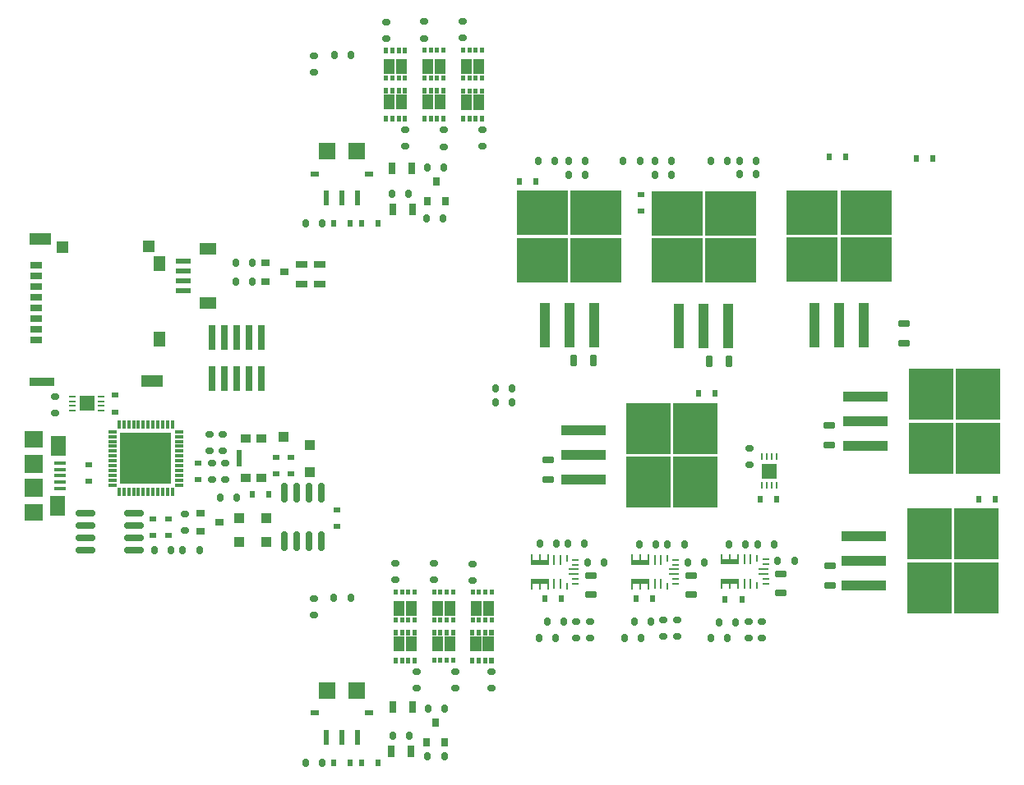
<source format=gbr>
%TF.GenerationSoftware,KiCad,Pcbnew,(6.0.10-0)*%
%TF.CreationDate,2023-02-23T20:38:24-08:00*%
%TF.ProjectId,1.0,312e302e-6b69-4636-9164-5f7063625858,rev?*%
%TF.SameCoordinates,Original*%
%TF.FileFunction,Paste,Top*%
%TF.FilePolarity,Positive*%
%FSLAX46Y46*%
G04 Gerber Fmt 4.6, Leading zero omitted, Abs format (unit mm)*
G04 Created by KiCad (PCBNEW (6.0.10-0)) date 2023-02-23 20:38:24*
%MOMM*%
%LPD*%
G01*
G04 APERTURE LIST*
G04 Aperture macros list*
%AMRoundRect*
0 Rectangle with rounded corners*
0 $1 Rounding radius*
0 $2 $3 $4 $5 $6 $7 $8 $9 X,Y pos of 4 corners*
0 Add a 4 corners polygon primitive as box body*
4,1,4,$2,$3,$4,$5,$6,$7,$8,$9,$2,$3,0*
0 Add four circle primitives for the rounded corners*
1,1,$1+$1,$2,$3*
1,1,$1+$1,$4,$5*
1,1,$1+$1,$6,$7*
1,1,$1+$1,$8,$9*
0 Add four rect primitives between the rounded corners*
20,1,$1+$1,$2,$3,$4,$5,0*
20,1,$1+$1,$4,$5,$6,$7,0*
20,1,$1+$1,$6,$7,$8,$9,0*
20,1,$1+$1,$8,$9,$2,$3,0*%
G04 Aperture macros list end*
%ADD10C,0.010000*%
%ADD11R,0.800000X0.600000*%
%ADD12RoundRect,0.150000X-0.250000X0.150000X-0.250000X-0.150000X0.250000X-0.150000X0.250000X0.150000X0*%
%ADD13R,0.600000X0.800000*%
%ADD14R,1.200000X0.700000*%
%ADD15R,1.100000X1.100000*%
%ADD16RoundRect,0.150000X0.150000X0.250000X-0.150000X0.250000X-0.150000X-0.250000X0.150000X-0.250000X0*%
%ADD17R,0.700000X1.200000*%
%ADD18RoundRect,0.175000X0.175000X0.425000X-0.175000X0.425000X-0.175000X-0.425000X0.175000X-0.425000X0*%
%ADD19R,1.800000X1.200000*%
%ADD20R,1.550000X0.600000*%
%ADD21RoundRect,0.175000X0.425000X-0.175000X0.425000X0.175000X-0.425000X0.175000X-0.425000X-0.175000X0*%
%ADD22R,0.900000X0.800000*%
%ADD23R,4.600000X1.100000*%
%ADD24R,4.550000X5.250000*%
%ADD25R,0.500000X1.600000*%
%ADD26R,0.900000X0.600000*%
%ADD27R,1.800000X1.700000*%
%ADD28RoundRect,0.150000X-0.150000X-0.250000X0.150000X-0.250000X0.150000X0.250000X-0.150000X0.250000X0*%
%ADD29R,0.800000X0.900000*%
%ADD30RoundRect,0.150000X0.250000X-0.150000X0.250000X0.150000X-0.250000X0.150000X-0.250000X-0.150000X0*%
%ADD31R,0.760000X2.600000*%
%ADD32R,1.000000X0.900000*%
%ADD33R,0.550000X1.700000*%
%ADD34R,1.000000X1.000000*%
%ADD35R,0.850000X0.300000*%
%ADD36R,0.300000X0.850000*%
%ADD37R,5.250000X5.250000*%
%ADD38R,1.100000X4.600000*%
%ADD39R,5.250000X4.550000*%
%ADD40R,0.254800X0.757199*%
%ADD41R,1.600200X1.600200*%
%ADD42RoundRect,0.150000X0.825000X0.150000X-0.825000X0.150000X-0.825000X-0.150000X0.825000X-0.150000X0*%
%ADD43RoundRect,0.175000X-0.425000X0.175000X-0.425000X-0.175000X0.425000X-0.175000X0.425000X0.175000X0*%
%ADD44R,0.250000X0.800000*%
%ADD45R,0.250000X1.100000*%
%ADD46R,0.250000X0.700000*%
%ADD47R,0.700000X0.250000*%
%ADD48R,1.100000X0.250000*%
%ADD49R,1.950000X0.600000*%
%ADD50R,2.500000X0.950000*%
%ADD51R,1.150000X1.500000*%
%ADD52R,2.200000X1.150000*%
%ADD53R,1.240000X0.800000*%
%ADD54R,1.250000X1.250000*%
%ADD55R,1.200000X1.200000*%
%ADD56R,0.757199X0.254800*%
%ADD57R,1.900000X1.800000*%
%ADD58R,1.900000X1.900000*%
%ADD59R,1.600000X2.100000*%
%ADD60R,1.300000X0.400000*%
%ADD61RoundRect,0.150000X-0.150000X0.825000X-0.150000X-0.825000X0.150000X-0.825000X0.150000X0.825000X0*%
G04 APERTURE END LIST*
%TO.C,Q10*%
G36*
X188945000Y-111547500D02*
G01*
X188605000Y-111547500D01*
X188605000Y-111097500D01*
X188945000Y-111097500D01*
X188945000Y-111547500D01*
G37*
D10*
X188945000Y-111547500D02*
X188605000Y-111547500D01*
X188605000Y-111097500D01*
X188945000Y-111097500D01*
X188945000Y-111547500D01*
G36*
X189595000Y-108677500D02*
G01*
X189255000Y-108677500D01*
X189255000Y-108227500D01*
X189595000Y-108227500D01*
X189595000Y-108677500D01*
G37*
X189595000Y-108677500D02*
X189255000Y-108677500D01*
X189255000Y-108227500D01*
X189595000Y-108227500D01*
X189595000Y-108677500D01*
G36*
X188945000Y-108677500D02*
G01*
X188605000Y-108677500D01*
X188605000Y-108227500D01*
X188945000Y-108227500D01*
X188945000Y-108677500D01*
G37*
X188945000Y-108677500D02*
X188605000Y-108677500D01*
X188605000Y-108227500D01*
X188945000Y-108227500D01*
X188945000Y-108677500D01*
G36*
X189595000Y-111547500D02*
G01*
X189255000Y-111547500D01*
X189255000Y-111097500D01*
X189595000Y-111097500D01*
X189595000Y-111547500D01*
G37*
X189595000Y-111547500D02*
X189255000Y-111547500D01*
X189255000Y-111097500D01*
X189595000Y-111097500D01*
X189595000Y-111547500D01*
G36*
X189625000Y-110347500D02*
G01*
X188605000Y-110347500D01*
X188605000Y-108902500D01*
X189625000Y-108902500D01*
X189625000Y-110347500D01*
G37*
X189625000Y-110347500D02*
X188605000Y-110347500D01*
X188605000Y-108902500D01*
X189625000Y-108902500D01*
X189625000Y-110347500D01*
G36*
X190895000Y-111547500D02*
G01*
X190555000Y-111547500D01*
X190555000Y-111097500D01*
X190895000Y-111097500D01*
X190895000Y-111547500D01*
G37*
X190895000Y-111547500D02*
X190555000Y-111547500D01*
X190555000Y-111097500D01*
X190895000Y-111097500D01*
X190895000Y-111547500D01*
G36*
X190245000Y-111547500D02*
G01*
X189905000Y-111547500D01*
X189905000Y-111097500D01*
X190245000Y-111097500D01*
X190245000Y-111547500D01*
G37*
X190245000Y-111547500D02*
X189905000Y-111547500D01*
X189905000Y-111097500D01*
X190245000Y-111097500D01*
X190245000Y-111547500D01*
G36*
X190895000Y-110347500D02*
G01*
X189875000Y-110347500D01*
X189875000Y-108902500D01*
X190895000Y-108902500D01*
X190895000Y-110347500D01*
G37*
X190895000Y-110347500D02*
X189875000Y-110347500D01*
X189875000Y-108902500D01*
X190895000Y-108902500D01*
X190895000Y-110347500D01*
G36*
X190895000Y-108677500D02*
G01*
X190555000Y-108677500D01*
X190555000Y-108227500D01*
X190895000Y-108227500D01*
X190895000Y-108677500D01*
G37*
X190895000Y-108677500D02*
X190555000Y-108677500D01*
X190555000Y-108227500D01*
X190895000Y-108227500D01*
X190895000Y-108677500D01*
G36*
X190245000Y-108677500D02*
G01*
X189905000Y-108677500D01*
X189905000Y-108227500D01*
X190245000Y-108227500D01*
X190245000Y-108677500D01*
G37*
X190245000Y-108677500D02*
X189905000Y-108677500D01*
X189905000Y-108227500D01*
X190245000Y-108227500D01*
X190245000Y-108677500D01*
%TO.C,Q13*%
G36*
X198550000Y-162585000D02*
G01*
X197530000Y-162585000D01*
X197530000Y-161140000D01*
X198550000Y-161140000D01*
X198550000Y-162585000D01*
G37*
X198550000Y-162585000D02*
X197530000Y-162585000D01*
X197530000Y-161140000D01*
X198550000Y-161140000D01*
X198550000Y-162585000D01*
G36*
X199820000Y-163260000D02*
G01*
X199480000Y-163260000D01*
X199480000Y-162810000D01*
X199820000Y-162810000D01*
X199820000Y-163260000D01*
G37*
X199820000Y-163260000D02*
X199480000Y-163260000D01*
X199480000Y-162810000D01*
X199820000Y-162810000D01*
X199820000Y-163260000D01*
G36*
X199170000Y-163260000D02*
G01*
X198830000Y-163260000D01*
X198830000Y-162810000D01*
X199170000Y-162810000D01*
X199170000Y-163260000D01*
G37*
X199170000Y-163260000D02*
X198830000Y-163260000D01*
X198830000Y-162810000D01*
X199170000Y-162810000D01*
X199170000Y-163260000D01*
G36*
X197870000Y-160390000D02*
G01*
X197530000Y-160390000D01*
X197530000Y-159940000D01*
X197870000Y-159940000D01*
X197870000Y-160390000D01*
G37*
X197870000Y-160390000D02*
X197530000Y-160390000D01*
X197530000Y-159940000D01*
X197870000Y-159940000D01*
X197870000Y-160390000D01*
G36*
X199170000Y-160390000D02*
G01*
X198830000Y-160390000D01*
X198830000Y-159940000D01*
X199170000Y-159940000D01*
X199170000Y-160390000D01*
G37*
X199170000Y-160390000D02*
X198830000Y-160390000D01*
X198830000Y-159940000D01*
X199170000Y-159940000D01*
X199170000Y-160390000D01*
G36*
X198520000Y-163260000D02*
G01*
X198180000Y-163260000D01*
X198180000Y-162810000D01*
X198520000Y-162810000D01*
X198520000Y-163260000D01*
G37*
X198520000Y-163260000D02*
X198180000Y-163260000D01*
X198180000Y-162810000D01*
X198520000Y-162810000D01*
X198520000Y-163260000D01*
G36*
X199820000Y-160390000D02*
G01*
X199480000Y-160390000D01*
X199480000Y-159940000D01*
X199820000Y-159940000D01*
X199820000Y-160390000D01*
G37*
X199820000Y-160390000D02*
X199480000Y-160390000D01*
X199480000Y-159940000D01*
X199820000Y-159940000D01*
X199820000Y-160390000D01*
G36*
X198520000Y-160390000D02*
G01*
X198180000Y-160390000D01*
X198180000Y-159940000D01*
X198520000Y-159940000D01*
X198520000Y-160390000D01*
G37*
X198520000Y-160390000D02*
X198180000Y-160390000D01*
X198180000Y-159940000D01*
X198520000Y-159940000D01*
X198520000Y-160390000D01*
G36*
X199820000Y-162585000D02*
G01*
X198800000Y-162585000D01*
X198800000Y-161140000D01*
X199820000Y-161140000D01*
X199820000Y-162585000D01*
G37*
X199820000Y-162585000D02*
X198800000Y-162585000D01*
X198800000Y-161140000D01*
X199820000Y-161140000D01*
X199820000Y-162585000D01*
G36*
X197870000Y-163260000D02*
G01*
X197530000Y-163260000D01*
X197530000Y-162810000D01*
X197870000Y-162810000D01*
X197870000Y-163260000D01*
G37*
X197870000Y-163260000D02*
X197530000Y-163260000D01*
X197530000Y-162810000D01*
X197870000Y-162810000D01*
X197870000Y-163260000D01*
%TO.C,Q14*%
G36*
X198495000Y-164555000D02*
G01*
X198155000Y-164555000D01*
X198155000Y-164105000D01*
X198495000Y-164105000D01*
X198495000Y-164555000D01*
G37*
X198495000Y-164555000D02*
X198155000Y-164555000D01*
X198155000Y-164105000D01*
X198495000Y-164105000D01*
X198495000Y-164555000D01*
G36*
X199795000Y-166225000D02*
G01*
X198775000Y-166225000D01*
X198775000Y-164780000D01*
X199795000Y-164780000D01*
X199795000Y-166225000D01*
G37*
X199795000Y-166225000D02*
X198775000Y-166225000D01*
X198775000Y-164780000D01*
X199795000Y-164780000D01*
X199795000Y-166225000D01*
G36*
X197845000Y-164555000D02*
G01*
X197505000Y-164555000D01*
X197505000Y-164105000D01*
X197845000Y-164105000D01*
X197845000Y-164555000D01*
G37*
X197845000Y-164555000D02*
X197505000Y-164555000D01*
X197505000Y-164105000D01*
X197845000Y-164105000D01*
X197845000Y-164555000D01*
G36*
X199145000Y-167425000D02*
G01*
X198805000Y-167425000D01*
X198805000Y-166975000D01*
X199145000Y-166975000D01*
X199145000Y-167425000D01*
G37*
X199145000Y-167425000D02*
X198805000Y-167425000D01*
X198805000Y-166975000D01*
X199145000Y-166975000D01*
X199145000Y-167425000D01*
G36*
X199795000Y-167425000D02*
G01*
X199455000Y-167425000D01*
X199455000Y-166975000D01*
X199795000Y-166975000D01*
X199795000Y-167425000D01*
G37*
X199795000Y-167425000D02*
X199455000Y-167425000D01*
X199455000Y-166975000D01*
X199795000Y-166975000D01*
X199795000Y-167425000D01*
G36*
X199795000Y-164555000D02*
G01*
X199455000Y-164555000D01*
X199455000Y-164105000D01*
X199795000Y-164105000D01*
X199795000Y-164555000D01*
G37*
X199795000Y-164555000D02*
X199455000Y-164555000D01*
X199455000Y-164105000D01*
X199795000Y-164105000D01*
X199795000Y-164555000D01*
G36*
X198495000Y-167425000D02*
G01*
X198155000Y-167425000D01*
X198155000Y-166975000D01*
X198495000Y-166975000D01*
X198495000Y-167425000D01*
G37*
X198495000Y-167425000D02*
X198155000Y-167425000D01*
X198155000Y-166975000D01*
X198495000Y-166975000D01*
X198495000Y-167425000D01*
G36*
X199145000Y-164555000D02*
G01*
X198805000Y-164555000D01*
X198805000Y-164105000D01*
X199145000Y-164105000D01*
X199145000Y-164555000D01*
G37*
X199145000Y-164555000D02*
X198805000Y-164555000D01*
X198805000Y-164105000D01*
X199145000Y-164105000D01*
X199145000Y-164555000D01*
G36*
X197845000Y-167425000D02*
G01*
X197505000Y-167425000D01*
X197505000Y-166975000D01*
X197845000Y-166975000D01*
X197845000Y-167425000D01*
G37*
X197845000Y-167425000D02*
X197505000Y-167425000D01*
X197505000Y-166975000D01*
X197845000Y-166975000D01*
X197845000Y-167425000D01*
G36*
X198525000Y-166225000D02*
G01*
X197505000Y-166225000D01*
X197505000Y-164780000D01*
X198525000Y-164780000D01*
X198525000Y-166225000D01*
G37*
X198525000Y-166225000D02*
X197505000Y-166225000D01*
X197505000Y-164780000D01*
X198525000Y-164780000D01*
X198525000Y-166225000D01*
%TO.C,Q15*%
G36*
X198820000Y-108690000D02*
G01*
X198480000Y-108690000D01*
X198480000Y-108240000D01*
X198820000Y-108240000D01*
X198820000Y-108690000D01*
G37*
X198820000Y-108690000D02*
X198480000Y-108690000D01*
X198480000Y-108240000D01*
X198820000Y-108240000D01*
X198820000Y-108690000D01*
G36*
X196870000Y-108690000D02*
G01*
X196530000Y-108690000D01*
X196530000Y-108240000D01*
X196870000Y-108240000D01*
X196870000Y-108690000D01*
G37*
X196870000Y-108690000D02*
X196530000Y-108690000D01*
X196530000Y-108240000D01*
X196870000Y-108240000D01*
X196870000Y-108690000D01*
G36*
X197550000Y-110360000D02*
G01*
X196530000Y-110360000D01*
X196530000Y-108915000D01*
X197550000Y-108915000D01*
X197550000Y-110360000D01*
G37*
X197550000Y-110360000D02*
X196530000Y-110360000D01*
X196530000Y-108915000D01*
X197550000Y-108915000D01*
X197550000Y-110360000D01*
G36*
X196870000Y-111560000D02*
G01*
X196530000Y-111560000D01*
X196530000Y-111110000D01*
X196870000Y-111110000D01*
X196870000Y-111560000D01*
G37*
X196870000Y-111560000D02*
X196530000Y-111560000D01*
X196530000Y-111110000D01*
X196870000Y-111110000D01*
X196870000Y-111560000D01*
G36*
X198170000Y-111560000D02*
G01*
X197830000Y-111560000D01*
X197830000Y-111110000D01*
X198170000Y-111110000D01*
X198170000Y-111560000D01*
G37*
X198170000Y-111560000D02*
X197830000Y-111560000D01*
X197830000Y-111110000D01*
X198170000Y-111110000D01*
X198170000Y-111560000D01*
G36*
X198820000Y-111560000D02*
G01*
X198480000Y-111560000D01*
X198480000Y-111110000D01*
X198820000Y-111110000D01*
X198820000Y-111560000D01*
G37*
X198820000Y-111560000D02*
X198480000Y-111560000D01*
X198480000Y-111110000D01*
X198820000Y-111110000D01*
X198820000Y-111560000D01*
G36*
X197520000Y-111560000D02*
G01*
X197180000Y-111560000D01*
X197180000Y-111110000D01*
X197520000Y-111110000D01*
X197520000Y-111560000D01*
G37*
X197520000Y-111560000D02*
X197180000Y-111560000D01*
X197180000Y-111110000D01*
X197520000Y-111110000D01*
X197520000Y-111560000D01*
G36*
X197520000Y-108690000D02*
G01*
X197180000Y-108690000D01*
X197180000Y-108240000D01*
X197520000Y-108240000D01*
X197520000Y-108690000D01*
G37*
X197520000Y-108690000D02*
X197180000Y-108690000D01*
X197180000Y-108240000D01*
X197520000Y-108240000D01*
X197520000Y-108690000D01*
G36*
X198170000Y-108690000D02*
G01*
X197830000Y-108690000D01*
X197830000Y-108240000D01*
X198170000Y-108240000D01*
X198170000Y-108690000D01*
G37*
X198170000Y-108690000D02*
X197830000Y-108690000D01*
X197830000Y-108240000D01*
X198170000Y-108240000D01*
X198170000Y-108690000D01*
G36*
X198820000Y-110360000D02*
G01*
X197800000Y-110360000D01*
X197800000Y-108915000D01*
X198820000Y-108915000D01*
X198820000Y-110360000D01*
G37*
X198820000Y-110360000D02*
X197800000Y-110360000D01*
X197800000Y-108915000D01*
X198820000Y-108915000D01*
X198820000Y-110360000D01*
%TO.C,Q12*%
G36*
X193545000Y-107372500D02*
G01*
X193205000Y-107372500D01*
X193205000Y-106922500D01*
X193545000Y-106922500D01*
X193545000Y-107372500D01*
G37*
X193545000Y-107372500D02*
X193205000Y-107372500D01*
X193205000Y-106922500D01*
X193545000Y-106922500D01*
X193545000Y-107372500D01*
G36*
X194195000Y-107372500D02*
G01*
X193855000Y-107372500D01*
X193855000Y-106922500D01*
X194195000Y-106922500D01*
X194195000Y-107372500D01*
G37*
X194195000Y-107372500D02*
X193855000Y-107372500D01*
X193855000Y-106922500D01*
X194195000Y-106922500D01*
X194195000Y-107372500D01*
G36*
X194845000Y-106697500D02*
G01*
X193825000Y-106697500D01*
X193825000Y-105252500D01*
X194845000Y-105252500D01*
X194845000Y-106697500D01*
G37*
X194845000Y-106697500D02*
X193825000Y-106697500D01*
X193825000Y-105252500D01*
X194845000Y-105252500D01*
X194845000Y-106697500D01*
G36*
X194845000Y-104502500D02*
G01*
X194505000Y-104502500D01*
X194505000Y-104052500D01*
X194845000Y-104052500D01*
X194845000Y-104502500D01*
G37*
X194845000Y-104502500D02*
X194505000Y-104502500D01*
X194505000Y-104052500D01*
X194845000Y-104052500D01*
X194845000Y-104502500D01*
G36*
X193545000Y-104502500D02*
G01*
X193205000Y-104502500D01*
X193205000Y-104052500D01*
X193545000Y-104052500D01*
X193545000Y-104502500D01*
G37*
X193545000Y-104502500D02*
X193205000Y-104502500D01*
X193205000Y-104052500D01*
X193545000Y-104052500D01*
X193545000Y-104502500D01*
G36*
X192895000Y-107372500D02*
G01*
X192555000Y-107372500D01*
X192555000Y-106922500D01*
X192895000Y-106922500D01*
X192895000Y-107372500D01*
G37*
X192895000Y-107372500D02*
X192555000Y-107372500D01*
X192555000Y-106922500D01*
X192895000Y-106922500D01*
X192895000Y-107372500D01*
G36*
X194845000Y-107372500D02*
G01*
X194505000Y-107372500D01*
X194505000Y-106922500D01*
X194845000Y-106922500D01*
X194845000Y-107372500D01*
G37*
X194845000Y-107372500D02*
X194505000Y-107372500D01*
X194505000Y-106922500D01*
X194845000Y-106922500D01*
X194845000Y-107372500D01*
G36*
X193575000Y-106697500D02*
G01*
X192555000Y-106697500D01*
X192555000Y-105252500D01*
X193575000Y-105252500D01*
X193575000Y-106697500D01*
G37*
X193575000Y-106697500D02*
X192555000Y-106697500D01*
X192555000Y-105252500D01*
X193575000Y-105252500D01*
X193575000Y-106697500D01*
G36*
X194195000Y-104502500D02*
G01*
X193855000Y-104502500D01*
X193855000Y-104052500D01*
X194195000Y-104052500D01*
X194195000Y-104502500D01*
G37*
X194195000Y-104502500D02*
X193855000Y-104502500D01*
X193855000Y-104052500D01*
X194195000Y-104052500D01*
X194195000Y-104502500D01*
G36*
X192895000Y-104502500D02*
G01*
X192555000Y-104502500D01*
X192555000Y-104052500D01*
X192895000Y-104052500D01*
X192895000Y-104502500D01*
G37*
X192895000Y-104502500D02*
X192555000Y-104502500D01*
X192555000Y-104052500D01*
X192895000Y-104052500D01*
X192895000Y-104502500D01*
%TO.C,Q3*%
G36*
X195170000Y-163247500D02*
G01*
X194830000Y-163247500D01*
X194830000Y-162797500D01*
X195170000Y-162797500D01*
X195170000Y-163247500D01*
G37*
X195170000Y-163247500D02*
X194830000Y-163247500D01*
X194830000Y-162797500D01*
X195170000Y-162797500D01*
X195170000Y-163247500D01*
G36*
X195170000Y-160377500D02*
G01*
X194830000Y-160377500D01*
X194830000Y-159927500D01*
X195170000Y-159927500D01*
X195170000Y-160377500D01*
G37*
X195170000Y-160377500D02*
X194830000Y-160377500D01*
X194830000Y-159927500D01*
X195170000Y-159927500D01*
X195170000Y-160377500D01*
G36*
X194520000Y-160377500D02*
G01*
X194180000Y-160377500D01*
X194180000Y-159927500D01*
X194520000Y-159927500D01*
X194520000Y-160377500D01*
G37*
X194520000Y-160377500D02*
X194180000Y-160377500D01*
X194180000Y-159927500D01*
X194520000Y-159927500D01*
X194520000Y-160377500D01*
G36*
X193870000Y-163247500D02*
G01*
X193530000Y-163247500D01*
X193530000Y-162797500D01*
X193870000Y-162797500D01*
X193870000Y-163247500D01*
G37*
X193870000Y-163247500D02*
X193530000Y-163247500D01*
X193530000Y-162797500D01*
X193870000Y-162797500D01*
X193870000Y-163247500D01*
G36*
X195820000Y-162572500D02*
G01*
X194800000Y-162572500D01*
X194800000Y-161127500D01*
X195820000Y-161127500D01*
X195820000Y-162572500D01*
G37*
X195820000Y-162572500D02*
X194800000Y-162572500D01*
X194800000Y-161127500D01*
X195820000Y-161127500D01*
X195820000Y-162572500D01*
G36*
X194550000Y-162572500D02*
G01*
X193530000Y-162572500D01*
X193530000Y-161127500D01*
X194550000Y-161127500D01*
X194550000Y-162572500D01*
G37*
X194550000Y-162572500D02*
X193530000Y-162572500D01*
X193530000Y-161127500D01*
X194550000Y-161127500D01*
X194550000Y-162572500D01*
G36*
X193870000Y-160377500D02*
G01*
X193530000Y-160377500D01*
X193530000Y-159927500D01*
X193870000Y-159927500D01*
X193870000Y-160377500D01*
G37*
X193870000Y-160377500D02*
X193530000Y-160377500D01*
X193530000Y-159927500D01*
X193870000Y-159927500D01*
X193870000Y-160377500D01*
G36*
X194520000Y-163247500D02*
G01*
X194180000Y-163247500D01*
X194180000Y-162797500D01*
X194520000Y-162797500D01*
X194520000Y-163247500D01*
G37*
X194520000Y-163247500D02*
X194180000Y-163247500D01*
X194180000Y-162797500D01*
X194520000Y-162797500D01*
X194520000Y-163247500D01*
G36*
X195820000Y-163247500D02*
G01*
X195480000Y-163247500D01*
X195480000Y-162797500D01*
X195820000Y-162797500D01*
X195820000Y-163247500D01*
G37*
X195820000Y-163247500D02*
X195480000Y-163247500D01*
X195480000Y-162797500D01*
X195820000Y-162797500D01*
X195820000Y-163247500D01*
G36*
X195820000Y-160377500D02*
G01*
X195480000Y-160377500D01*
X195480000Y-159927500D01*
X195820000Y-159927500D01*
X195820000Y-160377500D01*
G37*
X195820000Y-160377500D02*
X195480000Y-160377500D01*
X195480000Y-159927500D01*
X195820000Y-159927500D01*
X195820000Y-160377500D01*
%TO.C,Q4*%
G36*
X191870000Y-162572500D02*
G01*
X190850000Y-162572500D01*
X190850000Y-161127500D01*
X191870000Y-161127500D01*
X191870000Y-162572500D01*
G37*
X191870000Y-162572500D02*
X190850000Y-162572500D01*
X190850000Y-161127500D01*
X191870000Y-161127500D01*
X191870000Y-162572500D01*
G36*
X190570000Y-163247500D02*
G01*
X190230000Y-163247500D01*
X190230000Y-162797500D01*
X190570000Y-162797500D01*
X190570000Y-163247500D01*
G37*
X190570000Y-163247500D02*
X190230000Y-163247500D01*
X190230000Y-162797500D01*
X190570000Y-162797500D01*
X190570000Y-163247500D01*
G36*
X190600000Y-162572500D02*
G01*
X189580000Y-162572500D01*
X189580000Y-161127500D01*
X190600000Y-161127500D01*
X190600000Y-162572500D01*
G37*
X190600000Y-162572500D02*
X189580000Y-162572500D01*
X189580000Y-161127500D01*
X190600000Y-161127500D01*
X190600000Y-162572500D01*
G36*
X191870000Y-160377500D02*
G01*
X191530000Y-160377500D01*
X191530000Y-159927500D01*
X191870000Y-159927500D01*
X191870000Y-160377500D01*
G37*
X191870000Y-160377500D02*
X191530000Y-160377500D01*
X191530000Y-159927500D01*
X191870000Y-159927500D01*
X191870000Y-160377500D01*
G36*
X191870000Y-163247500D02*
G01*
X191530000Y-163247500D01*
X191530000Y-162797500D01*
X191870000Y-162797500D01*
X191870000Y-163247500D01*
G37*
X191870000Y-163247500D02*
X191530000Y-163247500D01*
X191530000Y-162797500D01*
X191870000Y-162797500D01*
X191870000Y-163247500D01*
G36*
X191220000Y-163247500D02*
G01*
X190880000Y-163247500D01*
X190880000Y-162797500D01*
X191220000Y-162797500D01*
X191220000Y-163247500D01*
G37*
X191220000Y-163247500D02*
X190880000Y-163247500D01*
X190880000Y-162797500D01*
X191220000Y-162797500D01*
X191220000Y-163247500D01*
G36*
X189920000Y-160377500D02*
G01*
X189580000Y-160377500D01*
X189580000Y-159927500D01*
X189920000Y-159927500D01*
X189920000Y-160377500D01*
G37*
X189920000Y-160377500D02*
X189580000Y-160377500D01*
X189580000Y-159927500D01*
X189920000Y-159927500D01*
X189920000Y-160377500D01*
G36*
X191220000Y-160377500D02*
G01*
X190880000Y-160377500D01*
X190880000Y-159927500D01*
X191220000Y-159927500D01*
X191220000Y-160377500D01*
G37*
X191220000Y-160377500D02*
X190880000Y-160377500D01*
X190880000Y-159927500D01*
X191220000Y-159927500D01*
X191220000Y-160377500D01*
G36*
X189920000Y-163247500D02*
G01*
X189580000Y-163247500D01*
X189580000Y-162797500D01*
X189920000Y-162797500D01*
X189920000Y-163247500D01*
G37*
X189920000Y-163247500D02*
X189580000Y-163247500D01*
X189580000Y-162797500D01*
X189920000Y-162797500D01*
X189920000Y-163247500D01*
G36*
X190570000Y-160377500D02*
G01*
X190230000Y-160377500D01*
X190230000Y-159927500D01*
X190570000Y-159927500D01*
X190570000Y-160377500D01*
G37*
X190570000Y-160377500D02*
X190230000Y-160377500D01*
X190230000Y-159927500D01*
X190570000Y-159927500D01*
X190570000Y-160377500D01*
%TO.C,Q6*%
G36*
X195170000Y-167412500D02*
G01*
X194830000Y-167412500D01*
X194830000Y-166962500D01*
X195170000Y-166962500D01*
X195170000Y-167412500D01*
G37*
X195170000Y-167412500D02*
X194830000Y-167412500D01*
X194830000Y-166962500D01*
X195170000Y-166962500D01*
X195170000Y-167412500D01*
G36*
X195170000Y-164542500D02*
G01*
X194830000Y-164542500D01*
X194830000Y-164092500D01*
X195170000Y-164092500D01*
X195170000Y-164542500D01*
G37*
X195170000Y-164542500D02*
X194830000Y-164542500D01*
X194830000Y-164092500D01*
X195170000Y-164092500D01*
X195170000Y-164542500D01*
G36*
X193870000Y-164542500D02*
G01*
X193530000Y-164542500D01*
X193530000Y-164092500D01*
X193870000Y-164092500D01*
X193870000Y-164542500D01*
G37*
X193870000Y-164542500D02*
X193530000Y-164542500D01*
X193530000Y-164092500D01*
X193870000Y-164092500D01*
X193870000Y-164542500D01*
G36*
X195820000Y-164542500D02*
G01*
X195480000Y-164542500D01*
X195480000Y-164092500D01*
X195820000Y-164092500D01*
X195820000Y-164542500D01*
G37*
X195820000Y-164542500D02*
X195480000Y-164542500D01*
X195480000Y-164092500D01*
X195820000Y-164092500D01*
X195820000Y-164542500D01*
G36*
X194520000Y-164542500D02*
G01*
X194180000Y-164542500D01*
X194180000Y-164092500D01*
X194520000Y-164092500D01*
X194520000Y-164542500D01*
G37*
X194520000Y-164542500D02*
X194180000Y-164542500D01*
X194180000Y-164092500D01*
X194520000Y-164092500D01*
X194520000Y-164542500D01*
G36*
X195820000Y-167412500D02*
G01*
X195480000Y-167412500D01*
X195480000Y-166962500D01*
X195820000Y-166962500D01*
X195820000Y-167412500D01*
G37*
X195820000Y-167412500D02*
X195480000Y-167412500D01*
X195480000Y-166962500D01*
X195820000Y-166962500D01*
X195820000Y-167412500D01*
G36*
X194520000Y-167412500D02*
G01*
X194180000Y-167412500D01*
X194180000Y-166962500D01*
X194520000Y-166962500D01*
X194520000Y-167412500D01*
G37*
X194520000Y-167412500D02*
X194180000Y-167412500D01*
X194180000Y-166962500D01*
X194520000Y-166962500D01*
X194520000Y-167412500D01*
G36*
X194550000Y-166212500D02*
G01*
X193530000Y-166212500D01*
X193530000Y-164767500D01*
X194550000Y-164767500D01*
X194550000Y-166212500D01*
G37*
X194550000Y-166212500D02*
X193530000Y-166212500D01*
X193530000Y-164767500D01*
X194550000Y-164767500D01*
X194550000Y-166212500D01*
G36*
X195820000Y-166212500D02*
G01*
X194800000Y-166212500D01*
X194800000Y-164767500D01*
X195820000Y-164767500D01*
X195820000Y-166212500D01*
G37*
X195820000Y-166212500D02*
X194800000Y-166212500D01*
X194800000Y-164767500D01*
X195820000Y-164767500D01*
X195820000Y-166212500D01*
G36*
X193870000Y-167412500D02*
G01*
X193530000Y-167412500D01*
X193530000Y-166962500D01*
X193870000Y-166962500D01*
X193870000Y-167412500D01*
G37*
X193870000Y-167412500D02*
X193530000Y-167412500D01*
X193530000Y-166962500D01*
X193870000Y-166962500D01*
X193870000Y-167412500D01*
%TO.C,Q16*%
G36*
X198820000Y-106697500D02*
G01*
X197800000Y-106697500D01*
X197800000Y-105252500D01*
X198820000Y-105252500D01*
X198820000Y-106697500D01*
G37*
X198820000Y-106697500D02*
X197800000Y-106697500D01*
X197800000Y-105252500D01*
X198820000Y-105252500D01*
X198820000Y-106697500D01*
G36*
X196870000Y-104502500D02*
G01*
X196530000Y-104502500D01*
X196530000Y-104052500D01*
X196870000Y-104052500D01*
X196870000Y-104502500D01*
G37*
X196870000Y-104502500D02*
X196530000Y-104502500D01*
X196530000Y-104052500D01*
X196870000Y-104052500D01*
X196870000Y-104502500D01*
G36*
X197520000Y-104502500D02*
G01*
X197180000Y-104502500D01*
X197180000Y-104052500D01*
X197520000Y-104052500D01*
X197520000Y-104502500D01*
G37*
X197520000Y-104502500D02*
X197180000Y-104502500D01*
X197180000Y-104052500D01*
X197520000Y-104052500D01*
X197520000Y-104502500D01*
G36*
X197550000Y-106697500D02*
G01*
X196530000Y-106697500D01*
X196530000Y-105252500D01*
X197550000Y-105252500D01*
X197550000Y-106697500D01*
G37*
X197550000Y-106697500D02*
X196530000Y-106697500D01*
X196530000Y-105252500D01*
X197550000Y-105252500D01*
X197550000Y-106697500D01*
G36*
X198170000Y-104502500D02*
G01*
X197830000Y-104502500D01*
X197830000Y-104052500D01*
X198170000Y-104052500D01*
X198170000Y-104502500D01*
G37*
X198170000Y-104502500D02*
X197830000Y-104502500D01*
X197830000Y-104052500D01*
X198170000Y-104052500D01*
X198170000Y-104502500D01*
G36*
X197520000Y-107372500D02*
G01*
X197180000Y-107372500D01*
X197180000Y-106922500D01*
X197520000Y-106922500D01*
X197520000Y-107372500D01*
G37*
X197520000Y-107372500D02*
X197180000Y-107372500D01*
X197180000Y-106922500D01*
X197520000Y-106922500D01*
X197520000Y-107372500D01*
G36*
X196870000Y-107372500D02*
G01*
X196530000Y-107372500D01*
X196530000Y-106922500D01*
X196870000Y-106922500D01*
X196870000Y-107372500D01*
G37*
X196870000Y-107372500D02*
X196530000Y-107372500D01*
X196530000Y-106922500D01*
X196870000Y-106922500D01*
X196870000Y-107372500D01*
G36*
X198170000Y-107372500D02*
G01*
X197830000Y-107372500D01*
X197830000Y-106922500D01*
X198170000Y-106922500D01*
X198170000Y-107372500D01*
G37*
X198170000Y-107372500D02*
X197830000Y-107372500D01*
X197830000Y-106922500D01*
X198170000Y-106922500D01*
X198170000Y-107372500D01*
G36*
X198820000Y-104502500D02*
G01*
X198480000Y-104502500D01*
X198480000Y-104052500D01*
X198820000Y-104052500D01*
X198820000Y-104502500D01*
G37*
X198820000Y-104502500D02*
X198480000Y-104502500D01*
X198480000Y-104052500D01*
X198820000Y-104052500D01*
X198820000Y-104502500D01*
G36*
X198820000Y-107372500D02*
G01*
X198480000Y-107372500D01*
X198480000Y-106922500D01*
X198820000Y-106922500D01*
X198820000Y-107372500D01*
G37*
X198820000Y-107372500D02*
X198480000Y-107372500D01*
X198480000Y-106922500D01*
X198820000Y-106922500D01*
X198820000Y-107372500D01*
%TO.C,Q9*%
G36*
X194845000Y-111547500D02*
G01*
X194505000Y-111547500D01*
X194505000Y-111097500D01*
X194845000Y-111097500D01*
X194845000Y-111547500D01*
G37*
X194845000Y-111547500D02*
X194505000Y-111547500D01*
X194505000Y-111097500D01*
X194845000Y-111097500D01*
X194845000Y-111547500D01*
G36*
X193575000Y-110347500D02*
G01*
X192555000Y-110347500D01*
X192555000Y-108902500D01*
X193575000Y-108902500D01*
X193575000Y-110347500D01*
G37*
X193575000Y-110347500D02*
X192555000Y-110347500D01*
X192555000Y-108902500D01*
X193575000Y-108902500D01*
X193575000Y-110347500D01*
G36*
X192895000Y-108677500D02*
G01*
X192555000Y-108677500D01*
X192555000Y-108227500D01*
X192895000Y-108227500D01*
X192895000Y-108677500D01*
G37*
X192895000Y-108677500D02*
X192555000Y-108677500D01*
X192555000Y-108227500D01*
X192895000Y-108227500D01*
X192895000Y-108677500D01*
G36*
X194195000Y-108677500D02*
G01*
X193855000Y-108677500D01*
X193855000Y-108227500D01*
X194195000Y-108227500D01*
X194195000Y-108677500D01*
G37*
X194195000Y-108677500D02*
X193855000Y-108677500D01*
X193855000Y-108227500D01*
X194195000Y-108227500D01*
X194195000Y-108677500D01*
G36*
X193545000Y-108677500D02*
G01*
X193205000Y-108677500D01*
X193205000Y-108227500D01*
X193545000Y-108227500D01*
X193545000Y-108677500D01*
G37*
X193545000Y-108677500D02*
X193205000Y-108677500D01*
X193205000Y-108227500D01*
X193545000Y-108227500D01*
X193545000Y-108677500D01*
G36*
X194195000Y-111547500D02*
G01*
X193855000Y-111547500D01*
X193855000Y-111097500D01*
X194195000Y-111097500D01*
X194195000Y-111547500D01*
G37*
X194195000Y-111547500D02*
X193855000Y-111547500D01*
X193855000Y-111097500D01*
X194195000Y-111097500D01*
X194195000Y-111547500D01*
G36*
X192895000Y-111547500D02*
G01*
X192555000Y-111547500D01*
X192555000Y-111097500D01*
X192895000Y-111097500D01*
X192895000Y-111547500D01*
G37*
X192895000Y-111547500D02*
X192555000Y-111547500D01*
X192555000Y-111097500D01*
X192895000Y-111097500D01*
X192895000Y-111547500D01*
G36*
X194845000Y-108677500D02*
G01*
X194505000Y-108677500D01*
X194505000Y-108227500D01*
X194845000Y-108227500D01*
X194845000Y-108677500D01*
G37*
X194845000Y-108677500D02*
X194505000Y-108677500D01*
X194505000Y-108227500D01*
X194845000Y-108227500D01*
X194845000Y-108677500D01*
G36*
X194845000Y-110347500D02*
G01*
X193825000Y-110347500D01*
X193825000Y-108902500D01*
X194845000Y-108902500D01*
X194845000Y-110347500D01*
G37*
X194845000Y-110347500D02*
X193825000Y-110347500D01*
X193825000Y-108902500D01*
X194845000Y-108902500D01*
X194845000Y-110347500D01*
G36*
X193545000Y-111547500D02*
G01*
X193205000Y-111547500D01*
X193205000Y-111097500D01*
X193545000Y-111097500D01*
X193545000Y-111547500D01*
G37*
X193545000Y-111547500D02*
X193205000Y-111547500D01*
X193205000Y-111097500D01*
X193545000Y-111097500D01*
X193545000Y-111547500D01*
%TO.C,Q11*%
G36*
X188945000Y-107385000D02*
G01*
X188605000Y-107385000D01*
X188605000Y-106935000D01*
X188945000Y-106935000D01*
X188945000Y-107385000D01*
G37*
X188945000Y-107385000D02*
X188605000Y-107385000D01*
X188605000Y-106935000D01*
X188945000Y-106935000D01*
X188945000Y-107385000D01*
G36*
X190245000Y-107385000D02*
G01*
X189905000Y-107385000D01*
X189905000Y-106935000D01*
X190245000Y-106935000D01*
X190245000Y-107385000D01*
G37*
X190245000Y-107385000D02*
X189905000Y-107385000D01*
X189905000Y-106935000D01*
X190245000Y-106935000D01*
X190245000Y-107385000D01*
G36*
X189595000Y-104515000D02*
G01*
X189255000Y-104515000D01*
X189255000Y-104065000D01*
X189595000Y-104065000D01*
X189595000Y-104515000D01*
G37*
X189595000Y-104515000D02*
X189255000Y-104515000D01*
X189255000Y-104065000D01*
X189595000Y-104065000D01*
X189595000Y-104515000D01*
G36*
X189625000Y-106710000D02*
G01*
X188605000Y-106710000D01*
X188605000Y-105265000D01*
X189625000Y-105265000D01*
X189625000Y-106710000D01*
G37*
X189625000Y-106710000D02*
X188605000Y-106710000D01*
X188605000Y-105265000D01*
X189625000Y-105265000D01*
X189625000Y-106710000D01*
G36*
X189595000Y-107385000D02*
G01*
X189255000Y-107385000D01*
X189255000Y-106935000D01*
X189595000Y-106935000D01*
X189595000Y-107385000D01*
G37*
X189595000Y-107385000D02*
X189255000Y-107385000D01*
X189255000Y-106935000D01*
X189595000Y-106935000D01*
X189595000Y-107385000D01*
G36*
X190895000Y-107385000D02*
G01*
X190555000Y-107385000D01*
X190555000Y-106935000D01*
X190895000Y-106935000D01*
X190895000Y-107385000D01*
G37*
X190895000Y-107385000D02*
X190555000Y-107385000D01*
X190555000Y-106935000D01*
X190895000Y-106935000D01*
X190895000Y-107385000D01*
G36*
X190245000Y-104515000D02*
G01*
X189905000Y-104515000D01*
X189905000Y-104065000D01*
X190245000Y-104065000D01*
X190245000Y-104515000D01*
G37*
X190245000Y-104515000D02*
X189905000Y-104515000D01*
X189905000Y-104065000D01*
X190245000Y-104065000D01*
X190245000Y-104515000D01*
G36*
X190895000Y-104515000D02*
G01*
X190555000Y-104515000D01*
X190555000Y-104065000D01*
X190895000Y-104065000D01*
X190895000Y-104515000D01*
G37*
X190895000Y-104515000D02*
X190555000Y-104515000D01*
X190555000Y-104065000D01*
X190895000Y-104065000D01*
X190895000Y-104515000D01*
G36*
X190895000Y-106710000D02*
G01*
X189875000Y-106710000D01*
X189875000Y-105265000D01*
X190895000Y-105265000D01*
X190895000Y-106710000D01*
G37*
X190895000Y-106710000D02*
X189875000Y-106710000D01*
X189875000Y-105265000D01*
X190895000Y-105265000D01*
X190895000Y-106710000D01*
G36*
X188945000Y-104515000D02*
G01*
X188605000Y-104515000D01*
X188605000Y-104065000D01*
X188945000Y-104065000D01*
X188945000Y-104515000D01*
G37*
X188945000Y-104515000D02*
X188605000Y-104515000D01*
X188605000Y-104065000D01*
X188945000Y-104065000D01*
X188945000Y-104515000D01*
%TO.C,Q5*%
G36*
X189920000Y-167425000D02*
G01*
X189580000Y-167425000D01*
X189580000Y-166975000D01*
X189920000Y-166975000D01*
X189920000Y-167425000D01*
G37*
X189920000Y-167425000D02*
X189580000Y-167425000D01*
X189580000Y-166975000D01*
X189920000Y-166975000D01*
X189920000Y-167425000D01*
G36*
X191870000Y-166225000D02*
G01*
X190850000Y-166225000D01*
X190850000Y-164780000D01*
X191870000Y-164780000D01*
X191870000Y-166225000D01*
G37*
X191870000Y-166225000D02*
X190850000Y-166225000D01*
X190850000Y-164780000D01*
X191870000Y-164780000D01*
X191870000Y-166225000D01*
G36*
X191220000Y-167425000D02*
G01*
X190880000Y-167425000D01*
X190880000Y-166975000D01*
X191220000Y-166975000D01*
X191220000Y-167425000D01*
G37*
X191220000Y-167425000D02*
X190880000Y-167425000D01*
X190880000Y-166975000D01*
X191220000Y-166975000D01*
X191220000Y-167425000D01*
G36*
X190570000Y-167425000D02*
G01*
X190230000Y-167425000D01*
X190230000Y-166975000D01*
X190570000Y-166975000D01*
X190570000Y-167425000D01*
G37*
X190570000Y-167425000D02*
X190230000Y-167425000D01*
X190230000Y-166975000D01*
X190570000Y-166975000D01*
X190570000Y-167425000D01*
G36*
X191870000Y-167425000D02*
G01*
X191530000Y-167425000D01*
X191530000Y-166975000D01*
X191870000Y-166975000D01*
X191870000Y-167425000D01*
G37*
X191870000Y-167425000D02*
X191530000Y-167425000D01*
X191530000Y-166975000D01*
X191870000Y-166975000D01*
X191870000Y-167425000D01*
G36*
X189920000Y-164555000D02*
G01*
X189580000Y-164555000D01*
X189580000Y-164105000D01*
X189920000Y-164105000D01*
X189920000Y-164555000D01*
G37*
X189920000Y-164555000D02*
X189580000Y-164555000D01*
X189580000Y-164105000D01*
X189920000Y-164105000D01*
X189920000Y-164555000D01*
G36*
X190600000Y-166225000D02*
G01*
X189580000Y-166225000D01*
X189580000Y-164780000D01*
X190600000Y-164780000D01*
X190600000Y-166225000D01*
G37*
X190600000Y-166225000D02*
X189580000Y-166225000D01*
X189580000Y-164780000D01*
X190600000Y-164780000D01*
X190600000Y-166225000D01*
G36*
X191220000Y-164555000D02*
G01*
X190880000Y-164555000D01*
X190880000Y-164105000D01*
X191220000Y-164105000D01*
X191220000Y-164555000D01*
G37*
X191220000Y-164555000D02*
X190880000Y-164555000D01*
X190880000Y-164105000D01*
X191220000Y-164105000D01*
X191220000Y-164555000D01*
G36*
X190570000Y-164555000D02*
G01*
X190230000Y-164555000D01*
X190230000Y-164105000D01*
X190570000Y-164105000D01*
X190570000Y-164555000D01*
G37*
X190570000Y-164555000D02*
X190230000Y-164555000D01*
X190230000Y-164105000D01*
X190570000Y-164105000D01*
X190570000Y-164555000D01*
G36*
X191870000Y-164555000D02*
G01*
X191530000Y-164555000D01*
X191530000Y-164105000D01*
X191870000Y-164105000D01*
X191870000Y-164555000D01*
G37*
X191870000Y-164555000D02*
X191530000Y-164555000D01*
X191530000Y-164105000D01*
X191870000Y-164105000D01*
X191870000Y-164555000D01*
%TD*%
D11*
%TO.C,C22*%
X215050000Y-120900000D03*
X215050000Y-119200000D03*
%TD*%
D12*
%TO.C,R18*%
X170850000Y-146900000D03*
X170850000Y-148600000D03*
%TD*%
D13*
%TO.C,C29*%
X227340000Y-150630000D03*
X229040000Y-150630000D03*
%TD*%
D14*
%TO.C,R51*%
X180150000Y-128400000D03*
X180150000Y-126400000D03*
%TD*%
D15*
%TO.C,D2*%
X176500000Y-155000000D03*
X173700000Y-155000000D03*
%TD*%
D16*
%TO.C,R1*%
X166650000Y-155850000D03*
X164950000Y-155850000D03*
%TD*%
%TO.C,R45*%
X209300000Y-115750000D03*
X207600000Y-115750000D03*
%TD*%
D13*
%TO.C,C20*%
X220975000Y-139675000D03*
X222675000Y-139675000D03*
%TD*%
D17*
%TO.C,R25*%
X191500000Y-120725000D03*
X189500000Y-120725000D03*
%TD*%
D13*
%TO.C,C14*%
X223750000Y-160940000D03*
X225450000Y-160940000D03*
%TD*%
D11*
%TO.C,C32*%
X158200000Y-148750000D03*
X158200000Y-147050000D03*
%TD*%
D18*
%TO.C,C19*%
X224100000Y-136350000D03*
X222100000Y-136350000D03*
%TD*%
D12*
%TO.C,R59*%
X208395000Y-163230000D03*
X208395000Y-164930000D03*
%TD*%
D19*
%TO.C,J1*%
X170477500Y-124800000D03*
X170477500Y-130400000D03*
D20*
X167952500Y-129100000D03*
X167952500Y-128100000D03*
X167952500Y-127100000D03*
X167952500Y-126100000D03*
%TD*%
D21*
%TO.C,C25*%
X234475000Y-145025000D03*
X234475000Y-143025000D03*
%TD*%
D22*
%TO.C,Q1*%
X169675000Y-152025000D03*
X169675000Y-153925000D03*
X171675000Y-152975000D03*
%TD*%
D23*
%TO.C,U12*%
X238200000Y-140035000D03*
D24*
X244925000Y-145350000D03*
X249775000Y-139800000D03*
X244925000Y-139800000D03*
X249775000Y-145350000D03*
D23*
X238200000Y-142575000D03*
X238200000Y-145115000D03*
%TD*%
D16*
%TO.C,R28*%
X194725000Y-116425000D03*
X193025000Y-116425000D03*
%TD*%
%TO.C,R44*%
X209300000Y-117150000D03*
X207600000Y-117150000D03*
%TD*%
%TO.C,R10*%
X191200000Y-175000000D03*
X189500000Y-175000000D03*
%TD*%
D12*
%TO.C,R55*%
X190775000Y-112525000D03*
X190775000Y-114225000D03*
%TD*%
D25*
%TO.C,U2*%
X182650000Y-175150000D03*
X184250000Y-175150000D03*
X185850000Y-175150000D03*
D26*
X187050000Y-172650000D03*
D27*
X185750000Y-170300000D03*
X182750000Y-170300000D03*
D26*
X181450000Y-172650000D03*
%TD*%
D28*
%TO.C,R7*%
X180500000Y-177750000D03*
X182200000Y-177750000D03*
%TD*%
%TO.C,D9*%
X204500000Y-115750000D03*
X206200000Y-115750000D03*
%TD*%
D16*
%TO.C,R12*%
X194825000Y-172200000D03*
X193125000Y-172200000D03*
%TD*%
D13*
%TO.C,C28*%
X251575000Y-150580000D03*
X249875000Y-150580000D03*
%TD*%
D23*
%TO.C,U7*%
X209125000Y-143535000D03*
D24*
X215850000Y-148850000D03*
X220700000Y-148850000D03*
D23*
X209125000Y-146075000D03*
D24*
X220700000Y-143300000D03*
X215850000Y-143300000D03*
D23*
X209125000Y-148615000D03*
%TD*%
D12*
%TO.C,R19*%
X172000000Y-143950000D03*
X172000000Y-145650000D03*
%TD*%
D11*
%TO.C,C2*%
X164775000Y-152625000D03*
X164775000Y-154325000D03*
%TD*%
%TO.C,C33*%
X183725000Y-153375000D03*
X183725000Y-151675000D03*
%TD*%
D13*
%TO.C,C34*%
X176750000Y-150100000D03*
X175050000Y-150100000D03*
%TD*%
D12*
%TO.C,R63*%
X199700000Y-168400000D03*
X199700000Y-170100000D03*
%TD*%
D29*
%TO.C,Q7*%
X193050000Y-119875000D03*
X194950000Y-119875000D03*
X194000000Y-117875000D03*
%TD*%
D30*
%TO.C,R57*%
X192750000Y-103075000D03*
X192750000Y-101375000D03*
%TD*%
D16*
%TO.C,R60*%
X226900000Y-117100000D03*
X225200000Y-117100000D03*
%TD*%
D18*
%TO.C,C18*%
X210175000Y-136300000D03*
X208175000Y-136300000D03*
%TD*%
D16*
%TO.C,R4*%
X173400000Y-150450000D03*
X171700000Y-150450000D03*
%TD*%
D30*
%TO.C,R20*%
X170600000Y-145650000D03*
X170600000Y-143950000D03*
%TD*%
D31*
%TO.C,U1*%
X175990000Y-133910039D03*
X175990000Y-138210039D03*
X174720000Y-133910039D03*
X174720000Y-138210039D03*
X173450000Y-133910039D03*
X173450000Y-138210039D03*
X172180000Y-133910039D03*
X172180000Y-138210039D03*
X170910000Y-133910039D03*
X170910000Y-138210039D03*
%TD*%
D16*
%TO.C,R32*%
X228770000Y-155285000D03*
X227070000Y-155285000D03*
%TD*%
D12*
%TO.C,R54*%
X194725000Y-112550000D03*
X194725000Y-114250000D03*
%TD*%
D17*
%TO.C,R27*%
X191425000Y-116475000D03*
X189425000Y-116475000D03*
%TD*%
D16*
%TO.C,R15*%
X201800000Y-140650000D03*
X200100000Y-140650000D03*
%TD*%
%TO.C,R26*%
X191150000Y-119125000D03*
X189450000Y-119125000D03*
%TD*%
%TO.C,R61*%
X226900000Y-115700000D03*
X225200000Y-115700000D03*
%TD*%
D23*
%TO.C,U10*%
X238050000Y-154440000D03*
X238050000Y-156980000D03*
D24*
X244775000Y-154205000D03*
X244775000Y-159755000D03*
X249625000Y-154205000D03*
X249625000Y-159755000D03*
D23*
X238050000Y-159520000D03*
%TD*%
D13*
%TO.C,C27*%
X236175000Y-115350000D03*
X234475000Y-115350000D03*
%TD*%
%TO.C,C4*%
X186300000Y-177750000D03*
X188000000Y-177750000D03*
%TD*%
D25*
%TO.C,U3*%
X182650000Y-119575000D03*
X184250000Y-119575000D03*
X185850000Y-119575000D03*
D26*
X187050000Y-117075000D03*
D27*
X185750000Y-114725000D03*
X182750000Y-114725000D03*
D26*
X181450000Y-117075000D03*
%TD*%
D12*
%TO.C,R3*%
X168050000Y-152125000D03*
X168050000Y-153825000D03*
%TD*%
D16*
%TO.C,R35*%
X216625000Y-155300000D03*
X214925000Y-155300000D03*
%TD*%
%TO.C,R31*%
X211275000Y-157100000D03*
X209575000Y-157100000D03*
%TD*%
D32*
%TO.C,SW1*%
X174325000Y-148425000D03*
D33*
X173700000Y-146375000D03*
D32*
X175925000Y-148425000D03*
X174325000Y-144325000D03*
X175925000Y-144325000D03*
%TD*%
D16*
%TO.C,R46*%
X218200000Y-117150000D03*
X216500000Y-117150000D03*
%TD*%
D12*
%TO.C,R48*%
X226220000Y-145360000D03*
X226220000Y-147060000D03*
%TD*%
D13*
%TO.C,C7*%
X185100000Y-122150000D03*
X183400000Y-122150000D03*
%TD*%
D16*
%TO.C,R50*%
X175000000Y-126200000D03*
X173300000Y-126200000D03*
%TD*%
%TO.C,R37*%
X206375000Y-155198250D03*
X204675000Y-155198250D03*
%TD*%
D13*
%TO.C,C26*%
X245175000Y-115450000D03*
X243475000Y-115450000D03*
%TD*%
D12*
%TO.C,R64*%
X198700000Y-112525000D03*
X198700000Y-114225000D03*
%TD*%
D21*
%TO.C,C24*%
X242150000Y-134500000D03*
X242150000Y-132500000D03*
%TD*%
D30*
%TO.C,R65*%
X196700000Y-103050000D03*
X196700000Y-101350000D03*
%TD*%
%TO.C,R56*%
X188800000Y-103100000D03*
X188800000Y-101400000D03*
%TD*%
D34*
%TO.C,TP1*%
X178225000Y-144175000D03*
%TD*%
D17*
%TO.C,R8*%
X191350000Y-176600000D03*
X189350000Y-176600000D03*
%TD*%
D12*
%TO.C,R21*%
X191975000Y-168425000D03*
X191975000Y-170125000D03*
%TD*%
D16*
%TO.C,R29*%
X230870000Y-156935000D03*
X229170000Y-156935000D03*
%TD*%
D35*
%TO.C,IC2*%
X167500000Y-149150000D03*
X167500000Y-148650000D03*
X167500000Y-148150000D03*
X167500000Y-147650000D03*
X167500000Y-147150000D03*
X167500000Y-146650000D03*
X167500000Y-146150000D03*
X167500000Y-145650000D03*
X167500000Y-145150000D03*
X167500000Y-144650000D03*
X167500000Y-144150000D03*
X167500000Y-143650000D03*
D36*
X166800000Y-142950000D03*
X166300000Y-142950000D03*
X165800000Y-142950000D03*
X165300000Y-142950000D03*
X164800000Y-142950000D03*
X164300000Y-142950000D03*
X163800000Y-142950000D03*
X163300000Y-142950000D03*
X162800000Y-142950000D03*
X162300000Y-142950000D03*
X161800000Y-142950000D03*
X161300000Y-142950000D03*
D35*
X160600000Y-143650000D03*
X160600000Y-144150000D03*
X160600000Y-144650000D03*
X160600000Y-145150000D03*
X160600000Y-145650000D03*
X160600000Y-146150000D03*
X160600000Y-146650000D03*
X160600000Y-147150000D03*
X160600000Y-147650000D03*
X160600000Y-148150000D03*
X160600000Y-148650000D03*
X160600000Y-149150000D03*
D36*
X161300000Y-149850000D03*
X161800000Y-149850000D03*
X162300000Y-149850000D03*
X162800000Y-149850000D03*
X163300000Y-149850000D03*
X163800000Y-149850000D03*
X164300000Y-149850000D03*
X164800000Y-149850000D03*
X165300000Y-149850000D03*
X165800000Y-149850000D03*
X166300000Y-149850000D03*
X166800000Y-149850000D03*
D37*
X164050000Y-146400000D03*
%TD*%
D30*
%TO.C,R14*%
X189725000Y-158925000D03*
X189725000Y-157225000D03*
%TD*%
D38*
%TO.C,U11*%
X232960000Y-132625000D03*
D39*
X238275000Y-125900000D03*
X232725000Y-125900000D03*
X232725000Y-121050000D03*
X238275000Y-121050000D03*
D38*
X235500000Y-132625000D03*
X238040000Y-132625000D03*
%TD*%
D29*
%TO.C,Q2*%
X192950000Y-175650000D03*
X194850000Y-175650000D03*
X193900000Y-173650000D03*
%TD*%
D40*
%TO.C,U13*%
X229018929Y-146229200D03*
X228518928Y-146229200D03*
X228018928Y-146229200D03*
X227518927Y-146229200D03*
X227518927Y-149170800D03*
X228018928Y-149170800D03*
X228518928Y-149170800D03*
X229018929Y-149170800D03*
D41*
X228268928Y-147700000D03*
%TD*%
D21*
%TO.C,C17*%
X205550000Y-148575000D03*
X205550000Y-146575000D03*
%TD*%
D11*
%TO.C,C1*%
X166425000Y-152625000D03*
X166425000Y-154325000D03*
%TD*%
D42*
%TO.C,IC1*%
X162800000Y-155880000D03*
X162800000Y-154610000D03*
X162800000Y-153340000D03*
X162800000Y-152070000D03*
X157850000Y-152070000D03*
X157850000Y-153340000D03*
X157850000Y-154610000D03*
X157850000Y-155880000D03*
%TD*%
D12*
%TO.C,R43*%
X218780000Y-163090000D03*
X218780000Y-164790000D03*
%TD*%
D13*
%TO.C,C15*%
X214575000Y-160900000D03*
X216275000Y-160900000D03*
%TD*%
D43*
%TO.C,C13*%
X209875000Y-158450000D03*
X209875000Y-160450000D03*
%TD*%
D12*
%TO.C,R42*%
X217380000Y-163090000D03*
X217380000Y-164790000D03*
%TD*%
D16*
%TO.C,R23*%
X194700000Y-121675000D03*
X193000000Y-121675000D03*
%TD*%
D30*
%TO.C,R13*%
X193700000Y-158950000D03*
X193700000Y-157250000D03*
%TD*%
D11*
%TO.C,C35*%
X177475000Y-148000000D03*
X177475000Y-146300000D03*
%TD*%
D16*
%TO.C,R47*%
X218200000Y-115750000D03*
X216500000Y-115750000D03*
%TD*%
D44*
%TO.C,U4*%
X227020000Y-156685000D03*
D45*
X226370000Y-156835000D03*
X225720000Y-156835000D03*
D46*
X225070000Y-156635000D03*
X224220000Y-156635000D03*
X223370000Y-156635000D03*
X223370000Y-159535000D03*
X224220000Y-159535000D03*
X225070000Y-159535000D03*
D45*
X225720000Y-159335000D03*
X226370000Y-159335000D03*
D46*
X227020000Y-159535000D03*
D47*
X227920000Y-159335000D03*
X227920000Y-158835000D03*
D48*
X227720000Y-158335000D03*
X227720000Y-157835000D03*
D47*
X227920000Y-157335000D03*
X227920000Y-156835000D03*
D49*
X224220000Y-157085000D03*
X224220000Y-159085000D03*
%TD*%
D13*
%TO.C,C21*%
X202575000Y-117825000D03*
X204275000Y-117825000D03*
%TD*%
D28*
%TO.C,D10*%
X213250000Y-115750000D03*
X214950000Y-115750000D03*
%TD*%
D22*
%TO.C,Q8*%
X176350000Y-126250000D03*
X176350000Y-128150000D03*
X178350000Y-127200000D03*
%TD*%
D16*
%TO.C,R36*%
X209275000Y-155198250D03*
X207575000Y-155198250D03*
%TD*%
D30*
%TO.C,R62*%
X197700000Y-158975000D03*
X197700000Y-157275000D03*
%TD*%
D28*
%TO.C,D6*%
X204545000Y-164930000D03*
X206245000Y-164930000D03*
%TD*%
D15*
%TO.C,D1*%
X176500000Y-152550000D03*
X173700000Y-152550000D03*
%TD*%
D17*
%TO.C,R11*%
X191525000Y-172000000D03*
X189525000Y-172000000D03*
%TD*%
D16*
%TO.C,D3*%
X185150000Y-160800000D03*
X183450000Y-160800000D03*
%TD*%
D13*
%TO.C,C16*%
X205130000Y-160880000D03*
X206830000Y-160880000D03*
%TD*%
D16*
%TO.C,R2*%
X169575000Y-155875000D03*
X167875000Y-155875000D03*
%TD*%
D12*
%TO.C,R40*%
X226150000Y-163240000D03*
X226150000Y-164940000D03*
%TD*%
D44*
%TO.C,U6*%
X207425000Y-156700000D03*
D45*
X206775000Y-156850000D03*
X206125000Y-156850000D03*
D46*
X205475000Y-156650000D03*
X204625000Y-156650000D03*
X203775000Y-156650000D03*
X203775000Y-159550000D03*
X204625000Y-159550000D03*
X205475000Y-159550000D03*
D45*
X206125000Y-159350000D03*
X206775000Y-159350000D03*
D46*
X207425000Y-159550000D03*
D47*
X208325000Y-159350000D03*
X208325000Y-158850000D03*
D48*
X208125000Y-158350000D03*
X208125000Y-157850000D03*
D47*
X208325000Y-157350000D03*
X208325000Y-156850000D03*
D49*
X204625000Y-157100000D03*
X204625000Y-159100000D03*
%TD*%
D11*
%TO.C,C36*%
X178975000Y-148000000D03*
X178975000Y-146300000D03*
%TD*%
D30*
%TO.C,R17*%
X172275000Y-148600000D03*
X172275000Y-146900000D03*
%TD*%
D14*
%TO.C,R52*%
X181950000Y-128400000D03*
X181950000Y-126400000D03*
%TD*%
D50*
%TO.C,J7*%
X153344600Y-138525000D03*
D51*
X165475000Y-126340000D03*
D52*
X164680000Y-138425000D03*
X153200000Y-123735000D03*
D51*
X165475000Y-134120000D03*
D53*
X152724600Y-134180000D03*
X152724600Y-133080000D03*
X152724600Y-131980000D03*
X152724600Y-130880000D03*
X152724600Y-129780000D03*
X152724600Y-128680000D03*
X152724600Y-127580000D03*
X152724600Y-126460000D03*
D54*
X155450000Y-124585000D03*
D55*
X164350000Y-124560000D03*
%TD*%
D28*
%TO.C,D7*%
X222300000Y-164940000D03*
X224000000Y-164940000D03*
%TD*%
D56*
%TO.C,U14*%
X156529200Y-139999999D03*
X156529200Y-140500000D03*
X156529200Y-141000000D03*
X156529200Y-141500001D03*
X159470800Y-141500001D03*
X159470800Y-141000000D03*
X159470800Y-140500000D03*
X159470800Y-139999999D03*
D41*
X158000000Y-140750000D03*
%TD*%
D28*
%TO.C,D11*%
X222250000Y-115700000D03*
X223950000Y-115700000D03*
%TD*%
D11*
%TO.C,C30*%
X160900000Y-141600000D03*
X160900000Y-139900000D03*
%TD*%
D12*
%TO.C,R22*%
X195950000Y-168425000D03*
X195950000Y-170125000D03*
%TD*%
D21*
%TO.C,C23*%
X234575000Y-159480000D03*
X234575000Y-157480000D03*
%TD*%
D28*
%TO.C,R24*%
X180500000Y-122162500D03*
X182200000Y-122162500D03*
%TD*%
D30*
%TO.C,R53*%
X154700000Y-141700000D03*
X154700000Y-140000000D03*
%TD*%
D16*
%TO.C,D5*%
X201800000Y-139200000D03*
X200100000Y-139200000D03*
%TD*%
%TO.C,R30*%
X221625000Y-157100000D03*
X219925000Y-157100000D03*
%TD*%
%TO.C,R49*%
X175000000Y-128200000D03*
X173300000Y-128200000D03*
%TD*%
D13*
%TO.C,C8*%
X186300000Y-122150000D03*
X188000000Y-122150000D03*
%TD*%
%TO.C,C3*%
X185100000Y-177750000D03*
X183400000Y-177750000D03*
%TD*%
D43*
%TO.C,C12*%
X220225000Y-158450000D03*
X220225000Y-160450000D03*
%TD*%
D16*
%TO.C,R34*%
X219525000Y-155298250D03*
X217825000Y-155298250D03*
%TD*%
%TO.C,D4*%
X185200000Y-104850000D03*
X183500000Y-104850000D03*
%TD*%
%TO.C,R33*%
X225820000Y-155285000D03*
X224120000Y-155285000D03*
%TD*%
%TO.C,R38*%
X224850000Y-163340000D03*
X223150000Y-163340000D03*
%TD*%
D57*
%TO.C,J2*%
X152500000Y-144400000D03*
D58*
X152500000Y-147000000D03*
D59*
X155000000Y-151300000D03*
X155050000Y-145100000D03*
D58*
X152500000Y-149400000D03*
D57*
X152500000Y-152000000D03*
D60*
X155200000Y-146900000D03*
X155200000Y-147550000D03*
X155200000Y-148200000D03*
X155200000Y-148850000D03*
X155200000Y-149500000D03*
%TD*%
D61*
%TO.C,U34*%
X182105000Y-149975000D03*
X180835000Y-149975000D03*
X179565000Y-149975000D03*
X178295000Y-149975000D03*
X178295000Y-154925000D03*
X179565000Y-154925000D03*
X180835000Y-154925000D03*
X182105000Y-154925000D03*
%TD*%
D16*
%TO.C,R41*%
X216105000Y-163190000D03*
X214405000Y-163190000D03*
%TD*%
D44*
%TO.C,U5*%
X217775000Y-156698250D03*
D45*
X217125000Y-156848250D03*
X216475000Y-156848250D03*
D46*
X215825000Y-156648250D03*
X214975000Y-156648250D03*
X214125000Y-156648250D03*
X214125000Y-159548250D03*
X214975000Y-159548250D03*
X215825000Y-159548250D03*
D45*
X216475000Y-159348250D03*
X217125000Y-159348250D03*
D46*
X217775000Y-159548250D03*
D47*
X218675000Y-159348250D03*
X218675000Y-158848250D03*
D48*
X218475000Y-158348250D03*
X218475000Y-157848250D03*
D47*
X218675000Y-157348250D03*
X218675000Y-156848250D03*
D49*
X214975000Y-157098250D03*
X214975000Y-159098250D03*
%TD*%
D28*
%TO.C,D8*%
X213380000Y-164940000D03*
X215080000Y-164940000D03*
%TD*%
D16*
%TO.C,R6*%
X194800000Y-177100000D03*
X193100000Y-177100000D03*
%TD*%
D30*
%TO.C,R9*%
X181350000Y-106600000D03*
X181350000Y-104900000D03*
%TD*%
D38*
%TO.C,U8*%
X205135000Y-132675000D03*
D39*
X210450000Y-121100000D03*
X204900000Y-125950000D03*
D38*
X207675000Y-132675000D03*
D39*
X204900000Y-121100000D03*
X210450000Y-125950000D03*
D38*
X210215000Y-132675000D03*
%TD*%
D12*
%TO.C,R58*%
X209795000Y-163230000D03*
X209795000Y-164930000D03*
%TD*%
D11*
%TO.C,C31*%
X169475000Y-146875000D03*
X169475000Y-148575000D03*
%TD*%
D16*
%TO.C,R16*%
X207095000Y-163230000D03*
X205395000Y-163230000D03*
%TD*%
D12*
%TO.C,R39*%
X227550000Y-163240000D03*
X227550000Y-164940000D03*
%TD*%
D30*
%TO.C,R5*%
X181400000Y-162550000D03*
X181400000Y-160850000D03*
%TD*%
D38*
%TO.C,U9*%
X219010000Y-132725000D03*
X221550000Y-132725000D03*
D39*
X224325000Y-121150000D03*
X224325000Y-126000000D03*
X218775000Y-126000000D03*
X218775000Y-121150000D03*
D38*
X224090000Y-132725000D03*
%TD*%
D43*
%TO.C,C11*%
X229470000Y-158285000D03*
X229470000Y-160285000D03*
%TD*%
D15*
%TO.C,D12*%
X180925000Y-147800000D03*
X180925000Y-145000000D03*
%TD*%
M02*

</source>
